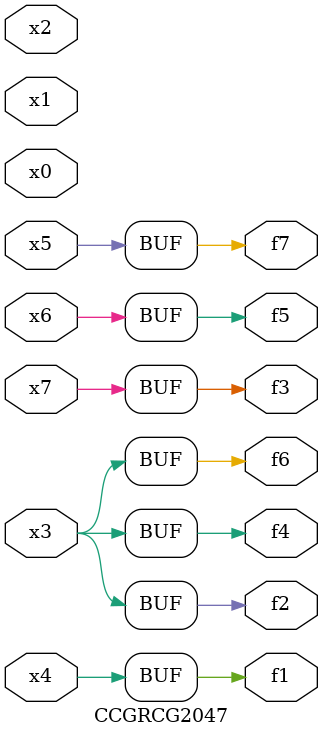
<source format=v>
module CCGRCG2047(
	input x0, x1, x2, x3, x4, x5, x6, x7,
	output f1, f2, f3, f4, f5, f6, f7
);
	assign f1 = x4;
	assign f2 = x3;
	assign f3 = x7;
	assign f4 = x3;
	assign f5 = x6;
	assign f6 = x3;
	assign f7 = x5;
endmodule

</source>
